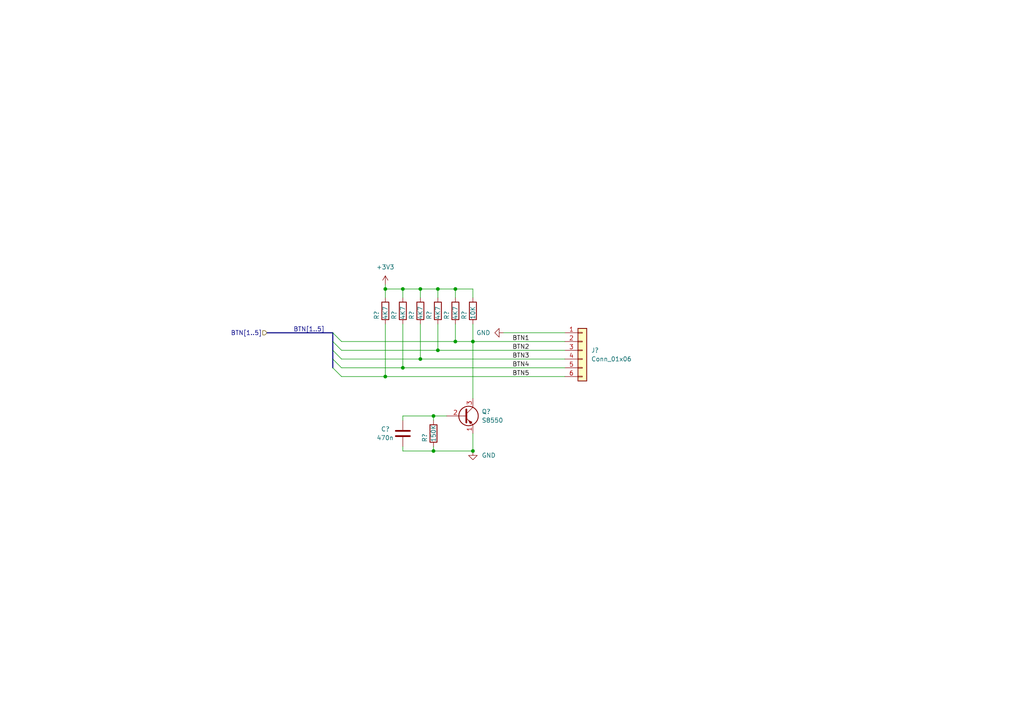
<source format=kicad_sch>
(kicad_sch (version 20211123) (generator eeschema)
  (paper "A4")
  (lib_symbols
    (symbol "Connector_Generic:Conn_01x06" (pin_names (offset 1.016) hide)
      (property "Reference" "J" (at 0 7.62 0))
      (property "Value" "Conn_01x06" (at 0 -10.16 0))
      (symbol "Conn_01x06_1_1"
        (rectangle (start -1.27 -7.493) (end 0 -7.747) (stroke (width 0.1524)))
        (rectangle (start -1.27 -4.953) (end 0 -5.207) (stroke (width 0.1524)))
        (rectangle (start -1.27 -2.413) (end 0 -2.667) (stroke (width 0.1524)))
        (rectangle (start -1.27 0.127) (end 0 -0.127) (stroke (width 0.1524)))
        (rectangle (start -1.27 2.667) (end 0 2.413) (stroke (width 0.1524)))
        (rectangle (start -1.27 5.207) (end 0 4.953) (stroke (width 0.1524)))
        (rectangle (start -1.27 6.35) (end 1.27 -8.89) (stroke (width 0.254)) (fill (type background)))
        (pin passive line (at -5.08 5.08 0) (length 3.81) (name "Pin_1") (number "1"))
        (pin passive line (at -5.08 2.54 0) (length 3.81) (name "Pin_2") (number "2"))
        (pin passive line (at -5.08 0 0) (length 3.81) (name "Pin_3") (number "3"))
        (pin passive line (at -5.08 -2.54 0) (length 3.81) (name "Pin_4") (number "4"))
        (pin passive line (at -5.08 -5.08 0) (length 3.81) (name "Pin_5") (number "5"))
        (pin passive line (at -5.08 -7.62 0) (length 3.81) (name "Pin_6") (number "6"))
      )
    )
    (symbol "Device:C" (pin_numbers hide) (pin_names (offset 0.254))
      (property "Reference" "C" (at 0.635 2.54 0))
      (property "Value" "C" (at 0.635 -2.54 0))
      (symbol "C_0_1"
        (polyline (pts (xy -2.032 -0.762) (xy 2.032 -0.762)) (stroke (width 0.508)))
        (polyline (pts (xy -2.032 0.762) (xy 2.032 0.762)) (stroke (width 0.508)))
      )
      (symbol "C_1_1"
        (pin passive line (at 0 3.81 270) (length 2.794) (name "~") (number "1"))
        (pin passive line (at 0 -3.81 90) (length 2.794) (name "~") (number "2"))
      )
    )
    (symbol "Device:R" (pin_numbers hide) (pin_names (offset 0))
      (property "Reference" "R" (at 2.032 0 90))
      (property "Value" "R" (at 0 0 90))
      (symbol "R_0_1"
        (rectangle (start -1.016 -2.54) (end 1.016 2.54) (stroke (width 0.254)))
      )
      (symbol "R_1_1"
        (pin passive line (at 0 3.81 270) (length 1.27) (name "~") (number "1"))
        (pin passive line (at 0 -3.81 90) (length 1.27) (name "~") (number "2"))
      )
    )
    (symbol "Transistor_BJT:S8550" (pin_names (offset 0) hide)
      (property "Reference" "Q" (at 5.08 1.905 0))
      (property "Value" "S8550" (at 5.08 0 0))
      (symbol "S8550_0_1"
        (polyline (pts (xy 0 0) (xy 0.635 0)))
        (polyline (pts (xy 2.54 -2.54) (xy 0.635 -0.635)))
        (polyline (pts (xy 2.54 2.54) (xy 0.635 0.635)))
        (polyline (pts (xy 0.635 1.905) (xy 0.635 -1.905) (xy 0.635 -1.905)) (stroke (width 0.508)) (fill (type outline)))
        (polyline (pts (xy 1.778 -2.286) (xy 2.286 -1.778) (xy 1.27 -1.27) (xy 1.778 -2.286) (xy 1.778 -2.286)) (fill (type outline)))
        (circle (center 1.27 0) (radius 2.8194) (stroke (width 0.254)))
      )
      (symbol "S8550_1_1"
        (pin passive line (at 2.54 -5.08 90) (length 2.54) (name "E") (number "1"))
        (pin input line (at -5.08 0 0) (length 5.08) (name "B") (number "2"))
        (pin passive line (at 2.54 5.08 270) (length 2.54) (name "C") (number "3"))
      )
    )
    (symbol "power:+3.3V" (power) (pin_names (offset 0))
      (property "Value" "+3.3V" (at 0 3.556 0))
      (symbol "+3.3V_0_1"
        (polyline (pts (xy -0.762 1.27) (xy 0 2.54)))
        (polyline (pts (xy 0 0) (xy 0 2.54)))
        (polyline (pts (xy 0 2.54) (xy 0.762 1.27)))
      )
      (symbol "+3.3V_1_1"
        (pin power_in line (at 0 0 90) (length 0) hide (name "+3V3") (number "1"))
      )
    )
    (symbol "power:GND" (power) (pin_names (offset 0))
      (property "Value" "GND" (at 0 -3.81 0))
      (symbol "GND_0_1"
        (polyline (pts (xy 0 0) (xy 0 -1.27) (xy 1.27 -1.27) (xy 0 -2.54) (xy -1.27 -1.27) (xy 0 -1.27)))
      )
      (symbol "GND_1_1"
        (pin power_in line (at 0 0 270) (length 0) hide (name "GND") (number "1"))
      )
    )
  )
  (junction (at 111.76 83.82))
  (junction (at 137.16 99.06))
  (junction (at 111.76 109.22))
  (junction (at 125.73 130.81))
  (junction (at 121.92 104.14))
  (junction (at 132.08 83.82))
  (junction (at 116.84 83.82))
  (junction (at 125.73 120.65))
  (junction (at 127 83.82))
  (junction (at 132.08 99.06))
  (junction (at 137.16 130.81))
  (junction (at 127 101.6))
  (junction (at 121.92 83.82))
  (junction (at 116.84 106.68))
  (bus_entry (at 96.52 104.14) (size 2.54 2.54))
  (bus_entry (at 96.52 106.68) (size 2.54 2.54))
  (bus_entry (at 96.52 101.6) (size 2.54 2.54))
  (bus_entry (at 96.52 96.52) (size 2.54 2.54))
  (bus_entry (at 96.52 99.06) (size 2.54 2.54))
  (wire (pts (xy 111.76 83.82) (xy 116.84 83.82)))
  (wire (pts (xy 121.92 83.82) (xy 121.92 86.36)))
  (wire (pts (xy 116.84 129.54) (xy 116.84 130.81)))
  (wire (pts (xy 121.92 93.98) (xy 121.92 104.14)))
  (wire (pts (xy 116.84 93.98) (xy 116.84 106.68)))
  (wire (pts (xy 137.16 86.36) (xy 137.16 83.82)))
  (wire (pts (xy 132.08 99.06) (xy 137.16 99.06)))
  (wire (pts (xy 99.06 109.22) (xy 111.76 109.22)))
  (wire (pts (xy 137.16 99.06) (xy 137.16 115.57)))
  (wire (pts (xy 125.73 129.54) (xy 125.73 130.81)))
  (wire (pts (xy 116.84 130.81) (xy 125.73 130.81)))
  (wire (pts (xy 121.92 83.82) (xy 127 83.82)))
  (wire (pts (xy 125.73 120.65) (xy 116.84 120.65)))
  (wire (pts (xy 99.06 101.6) (xy 127 101.6)))
  (wire (pts (xy 137.16 125.73) (xy 137.16 130.81)))
  (wire (pts (xy 125.73 130.81) (xy 137.16 130.81)))
  (wire (pts (xy 116.84 106.68) (xy 163.83 106.68)))
  (wire (pts (xy 129.54 120.65) (xy 125.73 120.65)))
  (wire (pts (xy 121.92 104.14) (xy 163.83 104.14)))
  (wire (pts (xy 146.05 96.52) (xy 163.83 96.52)))
  (wire (pts (xy 127 101.6) (xy 163.83 101.6)))
  (wire (pts (xy 116.84 120.65) (xy 116.84 121.92)))
  (wire (pts (xy 111.76 93.98) (xy 111.76 109.22)))
  (wire (pts (xy 132.08 93.98) (xy 132.08 99.06)))
  (wire (pts (xy 125.73 120.65) (xy 125.73 121.92)))
  (wire (pts (xy 111.76 109.22) (xy 163.83 109.22)))
  (wire (pts (xy 132.08 83.82) (xy 127 83.82)))
  (wire (pts (xy 116.84 83.82) (xy 121.92 83.82)))
  (bus (pts (xy 96.52 106.68) (xy 96.52 104.14)))
  (wire (pts (xy 116.84 83.82) (xy 116.84 86.36)))
  (bus (pts (xy 96.52 104.14) (xy 96.52 101.6)))
  (wire (pts (xy 99.06 99.06) (xy 132.08 99.06)))
  (wire (pts (xy 137.16 83.82) (xy 132.08 83.82)))
  (wire (pts (xy 111.76 83.82) (xy 111.76 86.36)))
  (wire (pts (xy 99.06 104.14) (xy 121.92 104.14)))
  (wire (pts (xy 99.06 106.68) (xy 116.84 106.68)))
  (wire (pts (xy 137.16 99.06) (xy 163.83 99.06)))
  (wire (pts (xy 137.16 93.98) (xy 137.16 99.06)))
  (wire (pts (xy 132.08 83.82) (xy 132.08 86.36)))
  (bus (pts (xy 96.52 99.06) (xy 96.52 96.52)))
  (wire (pts (xy 127 93.98) (xy 127 101.6)))
  (bus (pts (xy 96.52 101.6) (xy 96.52 99.06)))
  (bus (pts (xy 77.47 96.52) (xy 96.52 96.52)))
  (wire (pts (xy 111.76 82.55) (xy 111.76 83.82)))
  (wire (pts (xy 127 86.36) (xy 127 83.82)))
  (label "BTN3" (at 148.59 104.14 0))
  (label "BTN2" (at 148.59 101.6 0))
  (label "BTN5" (at 148.59 109.22 0))
  (label "BTN4" (at 148.59 106.68 0))
  (label "BTN[1..5]" (at 85.09 96.52 0))
  (label "BTN1" (at 148.59 99.06 0))
  (hierarchical_label "BTN[1..5]" (shape input) (at 77.47 96.52 180))
  (symbol (lib_id "Device:R") (at 111.76 90.17 0) (unit 1)
    (property "Reference" "R?" (at 109.22 92.71 90) (effects (justify left)))
    (property "Value" "4K7" (at 111.76 92.71 90) (effects (justify left)))
  )
  (symbol (lib_id "Transistor_BJT:S8550") (at 134.62 120.65 0) (unit 1)
    (property "Reference" "Q?" (at 139.7 119.3799 0) (effects (justify left)))
    (property "Value" "S8550" (at 139.7 121.9199 0) (effects (justify left)))
    (property "Footprint" "Package_TO_SOT_THT:TO-92_Inline" (effects hide))
    (property "Datasheet" "http://www.unisonic.com.tw/datasheet/S8550.pdf" (effects hide))
  )
  (symbol (lib_id "power:GND") (at 146.05 96.52 270) (unit 1)
    (property "Reference" "#PWR?" (effects hide))
    (property "Value" "GND" (at 142.24 96.5199 90) (effects (justify right)))
  )
  (symbol (lib_id "Device:R") (at 137.16 90.17 0) (unit 1)
    (property "Reference" "R?" (at 134.62 92.71 90) (effects (justify left)))
    (property "Value" "10K" (at 137.16 92.71 90) (effects (justify left)))
  )
  (symbol (lib_id "Device:R") (at 127 90.17 0) (unit 1)
    (property "Reference" "R?" (at 124.46 92.71 90) (effects (justify left)))
    (property "Value" "4K7" (at 127 92.71 90) (effects (justify left)))
  )
  (symbol (lib_id "Device:R") (at 132.08 90.17 0) (unit 1)
    (property "Reference" "R?" (at 129.54 92.71 90) (effects (justify left)))
    (property "Value" "4K7" (at 132.08 92.71 90) (effects (justify left)))
  )
  (symbol (lib_id "Device:R") (at 125.73 125.73 0) (unit 1)
    (property "Reference" "R?" (at 123.19 128.27 90) (effects (justify left)))
    (property "Value" "150K" (at 125.73 128.27 90) (effects (justify left)))
  )
  (symbol (lib_id "power:+3.3V") (at 111.76 82.55 0) (unit 1)
    (property "Reference" "#PWR?" (effects hide))
    (property "Value" "+3.3V" (at 111.76 77.47 0))
  )
  (symbol (lib_id "Connector_Generic:Conn_01x06") (at 168.91 101.6 0) (unit 1)
    (property "Reference" "J?" (at 171.45 101.5999 0) (effects (justify left)))
    (property "Value" "Conn_01x06" (at 171.45 104.1399 0) (effects (justify left)))
  )
  (symbol (lib_id "Device:R") (at 116.84 90.17 0) (unit 1)
    (property "Reference" "R?" (at 114.3 92.71 90) (effects (justify left)))
    (property "Value" "4K7" (at 116.84 92.71 90) (effects (justify left)))
  )
  (symbol (lib_id "Device:C") (at 116.84 125.73 0) (unit 1)
    (property "Reference" "C?" (at 110.49 124.46 0) (effects (justify left)))
    (property "Value" "470n" (at 109.22 127 0) (effects (justify left)))
  )
  (symbol (lib_id "power:GND") (at 137.16 130.81 0) (unit 1)
    (property "Reference" "#PWR?" (effects hide))
    (property "Value" "GND" (at 139.7 132.0799 0) (effects (justify left)))
  )
  (symbol (lib_id "Device:R") (at 121.92 90.17 0) (unit 1)
    (property "Reference" "R?" (at 119.38 92.71 90) (effects (justify left)))
    (property "Value" "4K7" (at 121.92 92.71 90) (effects (justify left)))
  )
)
</source>
